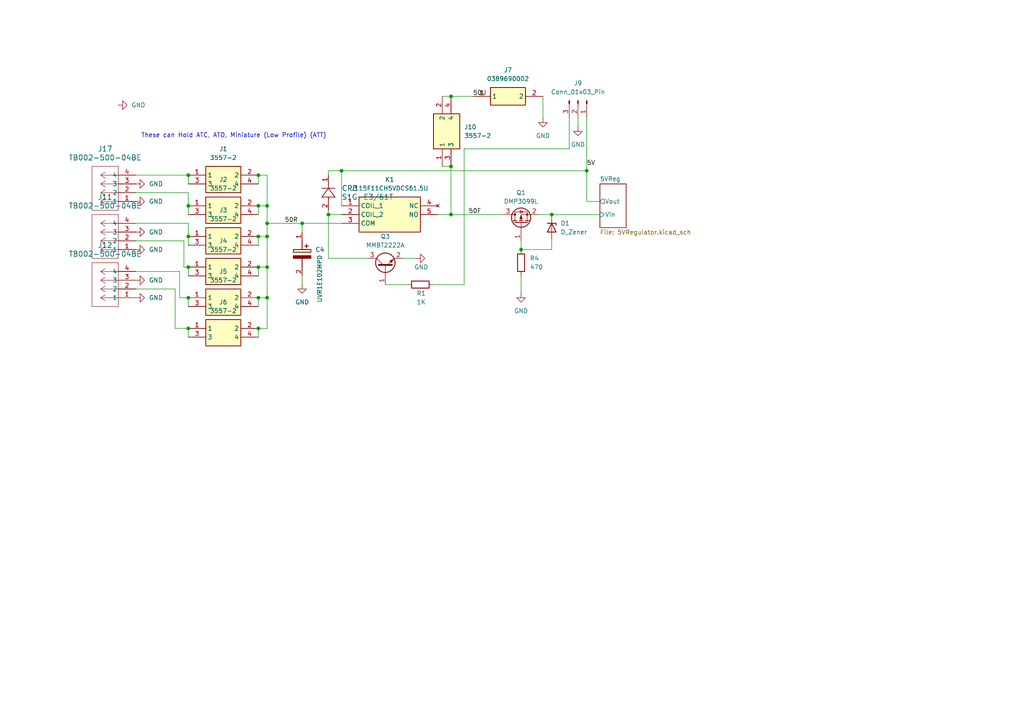
<source format=kicad_sch>
(kicad_sch (version 20250114) (generator "eeschema") (generator_version "9.0")
  (paper "A4")
  (lib_symbols
    (symbol "Connector:Conn_01x03_Pin" (pin_names (offset 1.016) (hide yes))
      (property "Reference" "J" (at 0 5.08 0))
      (property "Value" "Conn_01x03_Pin" (at 0 -5.08 0))
      (symbol "Conn_01x03_Pin_1_1"
        (rectangle (start 0.8636 2.667) (end 0 2.413) (stroke (width 0.1524)) (fill (type outline)))
        (rectangle (start 0.8636 0.127) (end 0 -0.127) (stroke (width 0.1524)) (fill (type outline)))
        (rectangle (start 0.8636 -2.413) (end 0 -2.667) (stroke (width 0.1524)) (fill (type outline)))
        (polyline (pts (xy 1.27 2.54) (xy 0.8636 2.54)) (stroke (width 0.1524)))
        (polyline (pts (xy 1.27 0) (xy 0.8636 0)) (stroke (width 0.1524)))
        (polyline (pts (xy 1.27 -2.54) (xy 0.8636 -2.54)) (stroke (width 0.1524)))
        (pin passive line (at 5.08 2.54 180) (length 3.81) (name "Pin_1") (number "1"))
        (pin passive line (at 5.08 0 180) (length 3.81) (name "Pin_2") (number "2"))
        (pin passive line (at 5.08 -2.54 180) (length 3.81) (name "Pin_3") (number "3"))
      )
    )
    (symbol "Device:D_Zener" (pin_numbers (hide yes)) (pin_names (offset 1.016) (hide yes))
      (property "Reference" "D" (at 0 2.54 0))
      (property "Value" "D_Zener" (at 0 -2.54 0))
      (symbol "D_Zener_0_1"
        (polyline (pts (xy -1.27 -1.27) (xy -1.27 1.27) (xy -0.762 1.27)) (stroke (width 0.254)))
        (polyline (pts (xy 1.27 0) (xy -1.27 0)))
        (polyline (pts (xy 1.27 -1.27) (xy 1.27 1.27) (xy -1.27 0) (xy 1.27 -1.27)) (stroke (width 0.254)))
      )
      (symbol "D_Zener_1_1"
        (pin passive line (at -3.81 0 0) (length 2.54) (name "K") (number "1"))
        (pin passive line (at 3.81 0 180) (length 2.54) (name "A") (number "2"))
      )
    )
    (symbol "Device:R" (pin_numbers (hide yes)) (pin_names (offset 0))
      (property "Reference" "R" (at 2.032 0 90))
      (property "Value" "R" (at 0 0 90))
      (symbol "R_0_1"
        (rectangle (start -1.016 -2.54) (end 1.016 2.54) (stroke (width 0.254)))
      )
      (symbol "R_1_1"
        (pin passive line (at 0 3.81 270) (length 1.27) (name "~") (number "1"))
        (pin passive line (at 0 -3.81 90) (length 1.27) (name "~") (number "2"))
      )
    )
    (symbol "LEDController:0389690002"
      (property "Reference" "J" (at 16.51 7.62 0))
      (property "Value" "0389690002" (at 16.51 5.08 0))
      (symbol "0389690002_1_1"
        (rectangle (start 5.08 2.54) (end 15.24 -2.54) (stroke (width 0.254)) (fill (type background)))
        (pin passive line (at 0 0 0) (length 5.08) (name "1") (number "1"))
        (pin passive line (at 20.32 0 180) (length 5.08) (name "2") (number "2"))
      )
    )
    (symbol "LEDController:3557-2"
      (property "Reference" "J" (at 16.51 7.62 0))
      (property "Value" "3557-2" (at 16.51 5.08 0))
      (symbol "3557-2_1_1"
        (rectangle (start 5.08 2.54) (end 15.24 -5.08) (stroke (width 0.254)) (fill (type background)))
        (pin passive line (at 0 0 0) (length 5.08) (name "1") (number "1"))
        (pin passive line (at 0 -2.54 0) (length 5.08) (name "3") (number "3"))
        (pin passive line (at 20.32 0 180) (length 5.08) (name "2") (number "2"))
        (pin passive line (at 20.32 -2.54 180) (length 5.08) (name "4") (number "4"))
      )
    )
    (symbol "LEDController:J115F11CH5VDCS61.5U"
      (property "Reference" "K" (at 24.13 7.62 0))
      (property "Value" "J115F11CH5VDCS61.5U" (at 24.13 5.08 0))
      (symbol "J115F11CH5VDCS61.5U_1_1"
        (rectangle (start 5.08 2.54) (end 22.86 -7.62) (stroke (width 0.254)) (fill (type background)))
        (pin passive line (at 0 0 0) (length 5.08) (name "COIL_1") (number "1"))
        (pin passive line (at 0 -2.54 0) (length 5.08) (name "COIL_2") (number "2"))
        (pin passive line (at 0 -5.08 0) (length 5.08) (name "COM") (number "3"))
        (pin no_connect line (at 27.94 0 180) (length 5.08) (name "NC") (number "4"))
        (pin passive line (at 27.94 -2.54 180) (length 5.08) (name "NO") (number "5"))
      )
    )
    (symbol "LEDController:S1G-E3_61T" (pin_names (offset 0.254))
      (property "Reference" "CR" (at 5.08 4.445 0))
      (property "Value" "S1G-E3/61T" (at 5.08 -3.81 0))
      (symbol "S1G-E3_61T_1_1"
        (polyline (pts (xy 2.54 0) (xy 3.4798 0)) (stroke (width 0.2032)))
        (polyline (pts (xy 3.175 0) (xy 3.81 0)) (stroke (width 0.2032)))
        (polyline (pts (xy 3.81 1.905) (xy 3.81 -1.905)) (stroke (width 0.2032)))
        (polyline (pts (xy 3.81 -1.905) (xy 6.35 0)) (stroke (width 0.2032)))
        (polyline (pts (xy 6.35 0) (xy 3.81 1.905)) (stroke (width 0.2032)))
        (polyline (pts (xy 6.35 0) (xy 7.62 0)) (stroke (width 0.2032)))
        (polyline (pts (xy 6.35 -1.905) (xy 6.35 1.905)) (stroke (width 0.2032)))
        (pin unspecified line (at 0 0 0) (length 2.54) (name "") (number "2"))
        (pin unspecified line (at 10.16 0 180) (length 2.54) (name "") (number "1"))
      )
      (symbol "S1G-E3_61T_1_2"
        (polyline (pts (xy -1.905 3.81) (xy 1.905 3.81)) (stroke (width 0.2032)))
        (polyline (pts (xy 0 6.35) (xy -1.905 3.81)) (stroke (width 0.2032)))
        (polyline (pts (xy 0 6.35) (xy 0 7.62)) (stroke (width 0.2032)))
        (polyline (pts (xy 0 3.175) (xy 0 3.81)) (stroke (width 0.2032)))
        (polyline (pts (xy 0 2.54) (xy 0 3.4798)) (stroke (width 0.2032)))
        (polyline (pts (xy 1.905 6.35) (xy -1.905 6.35)) (stroke (width 0.2032)))
        (polyline (pts (xy 1.905 3.81) (xy 0 6.35)) (stroke (width 0.2032)))
        (pin unspecified line (at 0 10.16 270) (length 2.54) (name "") (number "1"))
        (pin unspecified line (at 0 0 90) (length 2.54) (name "") (number "2"))
      )
    )
    (symbol "LEDController:UVR1E102MPD" (pin_names (hide yes))
      (property "Reference" "C" (at 8.89 6.35 0))
      (property "Value" "UVR1E102MPD" (at 8.89 3.81 0))
      (symbol "UVR1E102MPD_1_1"
        (polyline (pts (xy 2.54 0) (xy 5.08 0)) (stroke (width 0.254)))
        (polyline (pts (xy 4.064 1.778) (xy 4.064 0.762)) (stroke (width 0.254)))
        (polyline (pts (xy 4.572 1.27) (xy 3.556 1.27)) (stroke (width 0.254)))
        (rectangle (start 5.08 2.54) (end 5.842 -2.54) (stroke (width 0.254)) (fill (type background)))
        (polyline (pts (xy 7.62 2.54) (xy 7.62 -2.54) (xy 6.858 -2.54) (xy 6.858 2.54) (xy 7.62 2.54)) (stroke (width 0.254)) (fill (type outline)))
        (polyline (pts (xy 7.62 0) (xy 10.16 0)) (stroke (width 0.254)))
        (pin passive line (at 0 0 0) (length 2.54) (name "+") (number "1"))
        (pin passive line (at 12.7 0 180) (length 2.54) (name "-") (number "2"))
      )
    )
    (symbol "SamacSys_Parts:TB002-500-04BE" (pin_names (offset 0.254))
      (property "Reference" "J" (at 8.89 6.35 0))
      (property "Value" "TB002-500-04BE" (at 0 0 0))
      (symbol "TB002-500-04BE_1_1"
        (polyline (pts (xy 5.08 2.54) (xy 5.08 -10.16)) (stroke (width 0.127)))
        (polyline (pts (xy 5.08 -10.16) (xy 12.7 -10.16)) (stroke (width 0.127)))
        (polyline (pts (xy 10.16 0) (xy 5.08 0)) (stroke (width 0.127)))
        (polyline (pts (xy 10.16 0) (xy 8.89 0.8467)) (stroke (width 0.127)))
        (polyline (pts (xy 10.16 0) (xy 8.89 -0.8467)) (stroke (width 0.127)))
        (polyline (pts (xy 10.16 -2.54) (xy 5.08 -2.54)) (stroke (width 0.127)))
        (polyline (pts (xy 10.16 -2.54) (xy 8.89 -1.6933)) (stroke (width 0.127)))
        (polyline (pts (xy 10.16 -2.54) (xy 8.89 -3.3867)) (stroke (width 0.127)))
        (polyline (pts (xy 10.16 -5.08) (xy 5.08 -5.08)) (stroke (width 0.127)))
        (polyline (pts (xy 10.16 -5.08) (xy 8.89 -4.2333)) (stroke (width 0.127)))
        (polyline (pts (xy 10.16 -5.08) (xy 8.89 -5.9267)) (stroke (width 0.127)))
        (polyline (pts (xy 10.16 -7.62) (xy 5.08 -7.62)) (stroke (width 0.127)))
        (polyline (pts (xy 10.16 -7.62) (xy 8.89 -6.7733)) (stroke (width 0.127)))
        (polyline (pts (xy 10.16 -7.62) (xy 8.89 -8.4667)) (stroke (width 0.127)))
        (polyline (pts (xy 12.7 2.54) (xy 5.08 2.54)) (stroke (width 0.127)))
        (polyline (pts (xy 12.7 -10.16) (xy 12.7 2.54)) (stroke (width 0.127)))
        (pin unspecified line (at 0 0 0) (length 5.08) (name "1") (number "1"))
        (pin unspecified line (at 0 -2.54 0) (length 5.08) (name "2") (number "2"))
        (pin unspecified line (at 0 -5.08 0) (length 5.08) (name "3") (number "3"))
        (pin unspecified line (at 0 -7.62 0) (length 5.08) (name "4") (number "4"))
      )
      (symbol "TB002-500-04BE_1_2"
        (polyline (pts (xy 5.08 2.54) (xy 5.08 -10.16)) (stroke (width 0.127)))
        (polyline (pts (xy 5.08 -10.16) (xy 12.7 -10.16)) (stroke (width 0.127)))
        (polyline (pts (xy 7.62 0) (xy 5.08 0)) (stroke (width 0.127)))
        (polyline (pts (xy 7.62 0) (xy 8.89 0.8467)) (stroke (width 0.127)))
        (polyline (pts (xy 7.62 0) (xy 8.89 -0.8467)) (stroke (width 0.127)))
        (polyline (pts (xy 7.62 -2.54) (xy 5.08 -2.54)) (stroke (width 0.127)))
        (polyline (pts (xy 7.62 -2.54) (xy 8.89 -1.6933)) (stroke (width 0.127)))
        (polyline (pts (xy 7.62 -2.54) (xy 8.89 -3.3867)) (stroke (width 0.127)))
        (polyline (pts (xy 7.62 -5.08) (xy 5.08 -5.08)) (stroke (width 0.127)))
        (polyline (pts (xy 7.62 -5.08) (xy 8.89 -4.2333)) (stroke (width 0.127)))
        (polyline (pts (xy 7.62 -5.08) (xy 8.89 -5.9267)) (stroke (width 0.127)))
        (polyline (pts (xy 7.62 -7.62) (xy 5.08 -7.62)) (stroke (width 0.127)))
        (polyline (pts (xy 7.62 -7.62) (xy 8.89 -6.7733)) (stroke (width 0.127)))
        (polyline (pts (xy 7.62 -7.62) (xy 8.89 -8.4667)) (stroke (width 0.127)))
        (polyline (pts (xy 12.7 2.54) (xy 5.08 2.54)) (stroke (width 0.127)))
        (polyline (pts (xy 12.7 -10.16) (xy 12.7 2.54)) (stroke (width 0.127)))
        (pin unspecified line (at 0 0 0) (length 5.08) (name "1") (number "1"))
        (pin unspecified line (at 0 -2.54 0) (length 5.08) (name "2") (number "2"))
        (pin unspecified line (at 0 -5.08 0) (length 5.08) (name "3") (number "3"))
        (pin unspecified line (at 0 -7.62 0) (length 5.08) (name "4") (number "4"))
      )
    )
    (symbol "Transistor_BJT:MMBT2222A" (pin_names (offset 0) (hide yes))
      (property "Reference" "Q" (at 5.08 1.905 0))
      (property "Value" "MMBT2222A" (at 5.08 0 0))
      (symbol "MMBT2222A_0_1"
        (polyline (pts (xy -2.54 0) (xy 0.635 0)))
        (polyline (pts (xy 0.635 1.905) (xy 0.635 -1.905)) (stroke (width 0.508)))
        (circle (center 1.27 0) (radius 2.8194) (stroke (width 0.254)))
      )
      (symbol "MMBT2222A_1_1"
        (polyline (pts (xy 0.635 0.635) (xy 2.54 2.54)))
        (polyline (pts (xy 0.635 -0.635) (xy 2.54 -2.54)))
        (polyline (pts (xy 1.27 -1.778) (xy 1.778 -1.27) (xy 2.286 -2.286) (xy 1.27 -1.778)) (fill (type outline)))
        (pin input line (at -5.08 0 0) (length 2.54) (name "B") (number "1"))
        (pin passive line (at 2.54 5.08 270) (length 2.54) (name "C") (number "3"))
        (pin passive line (at 2.54 -5.08 90) (length 2.54) (name "E") (number "2"))
      )
    )
    (symbol "Transistor_FET:DMP3099L" (pin_names (offset 0) (hide yes))
      (property "Reference" "Q" (at 5.08 1.905 0))
      (property "Value" "DMP3099L" (at 5.08 0 0))
      (symbol "DMP3099L_0_1"
        (polyline (pts (xy 0.254 1.905) (xy 0.254 -1.905)) (stroke (width 0.254)))
        (polyline (pts (xy 0.254 0) (xy -2.54 0)))
        (polyline (pts (xy 0.762 2.286) (xy 0.762 1.27)) (stroke (width 0.254)))
        (polyline (pts (xy 0.762 1.778) (xy 3.302 1.778) (xy 3.302 -1.778) (xy 0.762 -1.778)))
        (polyline (pts (xy 0.762 0.508) (xy 0.762 -0.508)) (stroke (width 0.254)))
        (polyline (pts (xy 0.762 -1.27) (xy 0.762 -2.286)) (stroke (width 0.254)))
        (circle (center 1.651 0) (radius 2.794) (stroke (width 0.254)))
        (polyline (pts (xy 2.286 0) (xy 1.27 0.381) (xy 1.27 -0.381) (xy 2.286 0)) (fill (type outline)))
        (polyline (pts (xy 2.54 2.54) (xy 2.54 1.778)))
        (circle (center 2.54 1.778) (radius 0.254) (fill (type outline)))
        (circle (center 2.54 -1.778) (radius 0.254) (fill (type outline)))
        (polyline (pts (xy 2.54 -2.54) (xy 2.54 0) (xy 0.762 0)))
        (polyline (pts (xy 2.921 -0.381) (xy 3.683 -0.381)))
        (polyline (pts (xy 3.302 -0.381) (xy 2.921 0.254) (xy 3.683 0.254) (xy 3.302 -0.381)))
      )
      (symbol "DMP3099L_1_1"
        (pin input line (at -5.08 0 0) (length 2.54) (name "G") (number "1"))
        (pin passive line (at 2.54 5.08 270) (length 2.54) (name "D") (number "3"))
        (pin passive line (at 2.54 -5.08 90) (length 2.54) (name "S") (number "2"))
      )
    )
    (symbol "power:GND" (power) (pin_numbers (hide yes)) (pin_names (offset 0) (hide yes))
      (property "Value" "GND" (at 0 -3.81 0))
      (symbol "GND_0_1"
        (polyline (pts (xy 0 0) (xy 0 -1.27) (xy 1.27 -1.27) (xy 0 -2.54) (xy -1.27 -1.27) (xy 0 -1.27)))
      )
      (symbol "GND_1_1"
        (pin power_in line (at 0 0 270) (length 0) (name "~") (number "1"))
      )
    )
  )
  (text "These can Hold ATC, ATO, Miniature (Low Profile) (ATT)" (at 67.818 39.37 0) (effects (font (size 1.27 1.27))))
  (junction (at 74.93 77.47))
  (junction (at 95.25 62.23))
  (junction (at 54.61 86.36))
  (junction (at 130.81 62.23))
  (junction (at 160.02 62.23))
  (junction (at 77.47 86.36))
  (junction (at 74.93 50.8))
  (junction (at 77.47 59.69))
  (junction (at 87.63 64.77))
  (junction (at 151.13 72.39))
  (junction (at 77.47 77.47))
  (junction (at 77.47 68.58))
  (junction (at 74.93 68.58))
  (junction (at 54.61 50.8))
  (junction (at 74.93 59.69))
  (junction (at 99.06 49.53))
  (junction (at 54.61 77.47))
  (junction (at 74.93 86.36))
  (junction (at 130.81 48.26))
  (junction (at 74.93 95.25))
  (junction (at 170.18 49.53))
  (junction (at 54.61 59.69))
  (junction (at 77.47 64.77))
  (junction (at 54.61 68.58))
  (junction (at 130.81 27.94))
  (junction (at 54.61 95.25))
  (wire (pts (xy 77.47 59.69) (xy 77.47 50.8)))
  (wire (pts (xy 54.61 95.25) (xy 50.8 95.25)))
  (wire (pts (xy 127 62.23) (xy 130.81 62.23)))
  (wire (pts (xy 54.61 77.47) (xy 53.34 77.47)))
  (wire (pts (xy 156.21 62.23) (xy 160.02 62.23)))
  (wire (pts (xy 74.93 86.36) (xy 74.93 88.9)))
  (wire (pts (xy 95.25 74.93) (xy 106.68 74.93)))
  (wire (pts (xy 77.47 95.25) (xy 77.47 86.36)))
  (wire (pts (xy 95.25 62.23) (xy 99.06 62.23)))
  (wire (pts (xy 54.61 59.69) (xy 54.61 55.88)))
  (wire (pts (xy 74.93 77.47) (xy 74.93 80.01)))
  (wire (pts (xy 134.62 43.18) (xy 165.1 43.18)))
  (wire (pts (xy 95.25 62.23) (xy 95.25 74.93)))
  (wire (pts (xy 39.37 64.77) (xy 54.61 64.77)))
  (wire (pts (xy 74.93 95.25) (xy 77.47 95.25)))
  (wire (pts (xy 39.37 83.82) (xy 50.8 83.82)))
  (wire (pts (xy 167.64 36.83) (xy 167.64 34.29)))
  (wire (pts (xy 128.27 48.26) (xy 130.81 48.26)))
  (wire (pts (xy 77.47 64.77) (xy 77.47 68.58)))
  (wire (pts (xy 74.93 86.36) (xy 77.47 86.36)))
  (wire (pts (xy 99.06 49.53) (xy 99.06 59.69)))
  (wire (pts (xy 54.61 86.36) (xy 52.07 86.36)))
  (wire (pts (xy 151.13 69.85) (xy 151.13 72.39)))
  (wire (pts (xy 151.13 72.39) (xy 160.02 72.39)))
  (wire (pts (xy 54.61 68.58) (xy 54.61 71.12)))
  (wire (pts (xy 50.8 95.25) (xy 50.8 83.82)))
  (wire (pts (xy 120.65 74.93) (xy 116.84 74.93)))
  (wire (pts (xy 95.25 60.96) (xy 95.25 62.23)))
  (wire (pts (xy 160.02 62.23) (xy 173.99 62.23)))
  (wire (pts (xy 87.63 67.31) (xy 87.63 64.77)))
  (wire (pts (xy 170.18 49.53) (xy 170.18 58.42)))
  (wire (pts (xy 160.02 72.39) (xy 160.02 69.85)))
  (wire (pts (xy 77.47 50.8) (xy 74.93 50.8)))
  (wire (pts (xy 74.93 95.25) (xy 74.93 97.79)))
  (wire (pts (xy 54.61 59.69) (xy 54.61 62.23)))
  (wire (pts (xy 157.48 27.94) (xy 157.48 34.29)))
  (wire (pts (xy 39.37 78.74) (xy 52.07 78.74)))
  (wire (pts (xy 74.93 59.69) (xy 77.47 59.69)))
  (wire (pts (xy 54.61 95.25) (xy 54.61 97.79)))
  (wire (pts (xy 52.07 86.36) (xy 52.07 78.74)))
  (wire (pts (xy 74.93 50.8) (xy 74.93 53.34)))
  (wire (pts (xy 170.18 34.29) (xy 170.18 49.53)))
  (wire (pts (xy 87.63 64.77) (xy 99.06 64.77)))
  (wire (pts (xy 151.13 80.01) (xy 151.13 85.09)))
  (wire (pts (xy 39.37 50.8) (xy 54.61 50.8)))
  (wire (pts (xy 77.47 77.47) (xy 77.47 86.36)))
  (wire (pts (xy 95.25 49.53) (xy 99.06 49.53)))
  (wire (pts (xy 53.34 77.47) (xy 53.34 69.85)))
  (wire (pts (xy 74.93 59.69) (xy 74.93 62.23)))
  (wire (pts (xy 54.61 77.47) (xy 54.61 80.01)))
  (wire (pts (xy 130.81 62.23) (xy 146.05 62.23)))
  (wire (pts (xy 54.61 50.8) (xy 54.61 53.34)))
  (wire (pts (xy 77.47 68.58) (xy 77.47 77.47)))
  (wire (pts (xy 118.11 82.55) (xy 111.76 82.55)))
  (wire (pts (xy 130.81 48.26) (xy 130.81 62.23)))
  (wire (pts (xy 54.61 86.36) (xy 54.61 88.9)))
  (wire (pts (xy 99.06 49.53) (xy 170.18 49.53)))
  (wire (pts (xy 134.62 43.18) (xy 134.62 82.55)))
  (wire (pts (xy 53.34 69.85) (xy 39.37 69.85)))
  (wire (pts (xy 74.93 68.58) (xy 74.93 71.12)))
  (wire (pts (xy 77.47 64.77) (xy 77.47 59.69)))
  (wire (pts (xy 74.93 77.47) (xy 77.47 77.47)))
  (wire (pts (xy 134.62 82.55) (xy 125.73 82.55)))
  (wire (pts (xy 165.1 43.18) (xy 165.1 34.29)))
  (wire (pts (xy 77.47 64.77) (xy 87.63 64.77)))
  (wire (pts (xy 87.63 80.01) (xy 87.63 82.55)))
  (wire (pts (xy 54.61 68.58) (xy 54.61 64.77)))
  (wire (pts (xy 95.25 49.53) (xy 95.25 50.8)))
  (wire (pts (xy 170.18 58.42) (xy 173.99 58.42)))
  (wire (pts (xy 74.93 68.58) (xy 77.47 68.58)))
  (wire (pts (xy 130.81 27.94) (xy 137.16 27.94)))
  (wire (pts (xy 39.37 55.88) (xy 54.61 55.88)))
  (wire (pts (xy 128.27 27.94) (xy 130.81 27.94)))
  (label "5V" (at 170.18 48.26 0))
  (label "50R" (at 82.55 64.77 0))
  (label "50U" (at 137.16 27.94 0))
  (label "50F" (at 135.89 62.23 0))
  (symbol (lib_id "power:GND") (at 157.48 34.29 0) (unit 1)
    (property "Reference" "#PWR011" (effects (hide yes)))
    (property "Value" "GND" (at 157.48 39.37 0))
    (property "Description" "Power symbol creates a global label with name \"GND\" , ground" (effects (hide yes)))
  )
  (symbol (lib_id "LEDController:3557-2") (at 54.61 59.69 0) (unit 1)
    (property "Reference" "J2" (at 64.77 52.07 0))
    (property "Value" "3557-2" (at 64.77 54.61 0))
    (property "Footprint" "3557-2" (effects (hide yes)))
    (property "Datasheet" "http://www.keyelco.com/product-pdf.cfm?p=296" (effects (hide yes)))
    (property "Description" "THM 2 in 1 Auto Blade Holder P/N 3557-2" (effects (hide yes)))
    (property "Mouser Part Number" "534-3557-2" (effects (hide yes)))
    (property "Mouser Price/Stock" "https://www.mouser.co.uk/ProductDetail/Keystone-Electronics/3557-2?qs=cxy41lVAGV%2FfbyASjpXK1g%3D%3D" (effects (hide yes)))
    (property "Manufacturer_Name" "Keystone Electronics" (effects (hide yes)))
    (property "Manufacturer_Part_Number" "3557-2" (effects (hide yes)))
  )
  (symbol (lib_id "LEDController:UVR1E102MPD") (at 87.63 67.31 270) (unit 1)
    (property "Reference" "C4" (at 91.44 72.3899 90) (effects (justify left)))
    (property "Value" "UVR1E102MPD" (at 92.71 73.914 0) (effects (justify left)))
    (property "Footprint" "CAPPRD500W60D1025H2200" (effects (hide yes)))
    (property "Datasheet" "https://componentsearchengine.com/Datasheets/1/UVR1E102MPD.pdf" (effects (hide yes)))
    (property "Description" "Nichicon 1000uF Electrolytic Capacitor 25V dc Through Hole - UVR1E102MPD" (effects (hide yes)))
    (property "Height" "22" (effects (hide yes)))
    (property "Manufacturer_Name" "Nichicon" (effects (hide yes)))
    (property "Manufacturer_Part_Number" "UVR1E102MPD" (effects (hide yes)))
    (property "Mouser Part Number" "647-UVR1E102MPD" (effects (hide yes)))
    (property "Mouser Price/Stock" "https://www.mouser.co.uk/ProductDetail/Nichicon/UVR1E102MPD?qs=ju8jwRstkysx%252B%2FoLcchcfA%3D%3D" (effects (hide yes)))
    (property "Arrow Part Number" "UVR1E102MPD" (effects (hide yes)))
    (property "Arrow Price/Stock" "https://www.arrow.com/en/products/uvr1e102mpd/nichicon" (effects (hide yes)))
  )
  (symbol (lib_id "power:GND") (at 151.13 85.09 0) (unit 1)
    (property "Reference" "#PWR010" (effects (hide yes)))
    (property "Value" "GND" (at 151.13 90.17 0))
    (property "Description" "Power symbol creates a global label with name \"GND\" , ground" (effects (hide yes)))
  )
  (symbol (lib_id "LEDController:J115F11CH5VDCS61.5U") (at 99.06 59.69 0) (unit 1)
    (property "Reference" "K1" (at 113.03 52.07 0))
    (property "Value" "J115F11CH5VDCS61.5U" (at 113.03 54.61 0))
    (property "Footprint" "J115F11CH5VDCS615U" (effects (hide yes)))
    (property "Datasheet" "https://www.citrelay.com/Catalog Pages/RelayCatalog/J115F1.pdf" (effects (hide yes)))
    (property "Description" "RELAY GEN PURPOSE SPDT 50A 5V" (effects (hide yes)))
    (property "Height" "20.3" (effects (hide yes)))
    (property "Manufacturer_Name" "CIT Relay & Switch" (effects (hide yes)))
    (property "Manufacturer_Part_Number" "J115F11CH5VDCS61.5U" (effects (hide yes)))
  )
  (symbol (lib_id "power:GND") (at 39.37 67.31 90) (unit 1)
    (property "Reference" "#PWR014" (effects (hide yes)))
    (property "Value" "GND" (at 43.18 67.3099 90) (effects (justify right)))
    (property "Description" "Power symbol creates a global label with name \"GND\" , ground" (effects (hide yes)))
  )
  (symbol (lib_id "Device:D_Zener") (at 160.02 66.04 270) (unit 1)
    (property "Reference" "D1" (at 162.56 64.7699 90) (effects (justify left)))
    (property "Value" "D_Zener" (at 162.56 67.3099 90) (effects (justify left)))
    (property "Footprint" "Diode_SMD:D_SOD-123" (effects (hide yes)))
    (property "Datasheet" "https://www.onsemi.com/pdf/datasheet/mmsz4678t1-d.pdf" (effects (hide yes)))
    (property "Description" "Zener diode" (effects (hide yes)))
    (property "Digikey" "https://www.digikey.com/en/products/detail/onsemi/MMSZ4706T1G/919738" (effects (hide yes)))
  )
  (symbol (lib_id "power:GND") (at 39.37 86.36 90) (unit 1)
    (property "Reference" "#PWR017" (effects (hide yes)))
    (property "Value" "GND" (at 43.18 86.3599 90) (effects (justify right)))
    (property "Description" "Power symbol creates a global label with name \"GND\" , ground" (effects (hide yes)))
  )
  (symbol (lib_id "LEDController:3557-2") (at 128.27 48.26 90) (unit 1)
    (property "Reference" "J10" (at 134.62 36.8299 90) (effects (justify right)))
    (property "Value" "3557-2" (at 134.62 39.3699 90) (effects (justify right)))
    (property "Footprint" "3557-2" (effects (hide yes)))
    (property "Datasheet" "http://www.keyelco.com/product-pdf.cfm?p=296" (effects (hide yes)))
    (property "Description" "THM 2 in 1 Auto Blade Holder P/N 3557-2" (effects (hide yes)))
    (property "Mouser Part Number" "534-3557-2" (effects (hide yes)))
    (property "Mouser Price/Stock" "https://www.mouser.co.uk/ProductDetail/Keystone-Electronics/3557-2?qs=cxy41lVAGV%2FfbyASjpXK1g%3D%3D" (effects (hide yes)))
    (property "Manufacturer_Name" "Keystone Electronics" (effects (hide yes)))
    (property "Manufacturer_Part_Number" "3557-2" (effects (hide yes)))
  )
  (symbol (lib_id "LEDController:3557-2") (at 54.61 95.25 0) (unit 1)
    (property "Reference" "J6" (at 64.77 87.63 0))
    (property "Value" "3557-2" (at 64.77 90.17 0))
    (property "Footprint" "3557-2" (effects (hide yes)))
    (property "Datasheet" "http://www.keyelco.com/product-pdf.cfm?p=296" (effects (hide yes)))
    (property "Description" "THM 2 in 1 Auto Blade Holder P/N 3557-2" (effects (hide yes)))
    (property "Mouser Part Number" "534-3557-2" (effects (hide yes)))
    (property "Mouser Price/Stock" "https://www.mouser.co.uk/ProductDetail/Keystone-Electronics/3557-2?qs=cxy41lVAGV%2FfbyASjpXK1g%3D%3D" (effects (hide yes)))
    (property "Manufacturer_Name" "Keystone Electronics" (effects (hide yes)))
    (property "Manufacturer_Part_Number" "3557-2" (effects (hide yes)))
  )
  (symbol (lib_id "power:GND") (at 39.37 53.34 90) (unit 1)
    (property "Reference" "#PWR012" (effects (hide yes)))
    (property "Value" "GND" (at 43.18 53.3399 90) (effects (justify right)))
    (property "Description" "Power symbol creates a global label with name \"GND\" , ground" (effects (hide yes)))
  )
  (symbol (lib_id "Device:R") (at 121.92 82.55 270) (unit 1)
    (property "Reference" "R1" (at 122.174 85.09 90))
    (property "Value" "1K" (at 122.174 87.63 90))
    (property "Footprint" "Resistor_SMD:R_0603_1608Metric_Pad0.98x0.95mm_HandSolder" (effects (hide yes)))
    (property "Description" "Resistor" (effects (hide yes)))
  )
  (symbol (lib_id "Transistor_FET:DMP3099L") (at 151.13 64.77 90) (unit 1)
    (property "Reference" "Q1" (at 151.13 55.88 90))
    (property "Value" "DMP3099L" (at 151.13 58.42 90))
    (property "Footprint" "Package_TO_SOT_SMD:SOT-23-3" (effects (hide yes)))
    (property "Datasheet" "https://www.diodes.com/assets/Datasheets/DMP3099L.pdf" (effects (hide yes)))
    (property "Description" "-3.8A Id, -30V Vds, P-Channel MOSFET, SOT-23" (effects (hide yes)))
    (property "Digikey" "https://www.digikey.com/en/products/detail/diodes-incorporated/DMP3099L-7/4471075" (effects (hide yes)))
  )
  (symbol (lib_id "power:GND") (at 34.29 30.48 90) (unit 1)
    (property "Reference" "#PWR01" (effects (hide yes)))
    (property "Value" "GND" (at 38.1 30.4799 90) (effects (justify right)))
    (property "Description" "Power symbol creates a global label with name \"GND\" , ground" (effects (hide yes)))
  )
  (symbol (lib_id "Transistor_BJT:MMBT2222A") (at 111.76 77.47 90) (unit 1)
    (property "Reference" "Q3" (at 111.76 68.58 90))
    (property "Value" "MMBT2222A" (at 111.76 71.12 90))
    (property "Footprint" "Package_TO_SOT_SMD:SOT-23" (effects (hide yes)))
    (property "Datasheet" "https://assets.nexperia.com/documents/data-sheet/MMBT2222A.pdf" (effects (hide yes)))
    (property "Description" "600mA Ic, 40V Vce, NPN Transistor, SOT-23" (effects (hide yes)))
    (property "Digikey" "https://www.digikey.com/en/products/detail/mcc-micro-commercial-components/MMBT2222A-TP/717279" (effects (hide yes)))
  )
  (symbol (lib_id "LEDController:S1G-E3_61T") (at 95.25 60.96 90) (unit 1)
    (property "Reference" "CR3" (at 99.06 54.6099 90) (effects (font (size 1.524 1.524)) (justify right)))
    (property "Value" "S1G-E3/61T" (at 99.06 57.1499 90) (effects (font (size 1.524 1.524)) (justify right)))
    (property "Footprint" "DIODE_DO214AC" (effects (hide yes)))
    (property "Datasheet" "S1G-E3/61T" (effects (hide yes)))
  )
  (symbol (lib_id "Connector:Conn_01x03_Pin") (at 167.64 29.21 270) (unit 1)
    (property "Reference" "J9" (at 167.64 24.13 90))
    (property "Value" "Conn_01x03_Pin" (at 167.64 26.67 90))
    (property "Footprint" "Connector_PinSocket_2.54mm:PinSocket_1x03_P2.54mm_Vertical" (effects (hide yes)))
    (property "Description" "Generic connector, single row, 01x03, script generated" (effects (hide yes)))
  )
  (symbol (lib_id "Device:R") (at 151.13 76.2 0) (unit 1)
    (property "Reference" "R4" (at 153.67 74.9299 0) (effects (justify left)))
    (property "Value" "470" (at 153.67 77.4699 0) (effects (justify left)))
    (property "Footprint" "Resistor_SMD:R_0603_1608Metric_Pad0.98x0.95mm_HandSolder" (effects (hide yes)))
    (property "Description" "Resistor" (effects (hide yes)))
  )
  (symbol (lib_id "SamacSys_Parts:TB002-500-04BE") (at 39.37 86.36 180) (unit 1)
    (property "Reference" "J12" (at 30.48 71.12 0) (effects (font (size 1.524 1.524))))
    (property "Value" "TB002-500-04BE" (at 30.48 73.66 0) (effects (font (size 1.524 1.524))))
    (property "Footprint" "CONN4_TB002-500_787x299_CUD" (effects (hide yes)))
    (property "Datasheet" "TB002-500-04BE" (effects (hide yes)))
  )
  (symbol (lib_id "power:GND") (at 120.65 74.93 90) (unit 1)
    (property "Reference" "#PWR05" (effects (hide yes)))
    (property "Value" "GND" (at 120.142 77.47 90) (effects (justify right)))
    (property "Description" "Power symbol creates a global label with name \"GND\" , ground" (effects (hide yes)))
  )
  (symbol (lib_id "LEDController:3557-2") (at 54.61 50.8 0) (unit 1)
    (property "Reference" "J1" (at 64.77 43.18 0))
    (property "Value" "3557-2" (at 64.77 45.72 0))
    (property "Footprint" "3557-2" (effects (hide yes)))
    (property "Datasheet" "http://www.keyelco.com/product-pdf.cfm?p=296" (effects (hide yes)))
    (property "Description" "THM 2 in 1 Auto Blade Holder P/N 3557-2" (effects (hide yes)))
    (property "Mouser Part Number" "534-3557-2" (effects (hide yes)))
    (property "Mouser Price/Stock" "https://www.mouser.co.uk/ProductDetail/Keystone-Electronics/3557-2?qs=cxy41lVAGV%2FfbyASjpXK1g%3D%3D" (effects (hide yes)))
    (property "Manufacturer_Name" "Keystone Electronics" (effects (hide yes)))
    (property "Manufacturer_Part_Number" "3557-2" (effects (hide yes)))
  )
  (symbol (lib_id "LEDController:0389690002") (at 137.16 27.94 0) (unit 1)
    (property "Reference" "J7" (at 147.32 20.32 0))
    (property "Value" "0389690002" (at 147.32 22.86 0))
    (property "Footprint" "0389690002" (effects (hide yes)))
    (property "Datasheet" "https://datasheet.datasheetarchive.com/originals/distributors/Datasheets-DGA23/1526058.pdf" (effects (hide yes)))
    (property "Description" "Barrier Terminal Blocks .250 TRI BARRIER 02P" (effects (hide yes)))
    (property "Height" "22.9" (effects (hide yes)))
    (property "Manufacturer_Name" "Molex" (effects (hide yes)))
    (property "Manufacturer_Part_Number" "0389690002" (effects (hide yes)))
    (property "Mouser Part Number" "N/A" (effects (hide yes)))
    (property "Mouser Price/Stock" "https://www.mouser.co.uk/ProductDetail/Molex/0389690002?qs=kxSDgj%2F7uuk2peGCxlu7bA%3D%3D" (effects (hide yes)))
    (property "Arrow Part Number" "0389690002" (effects (hide yes)))
    (property "Arrow Price/Stock" "null?utm_currency=USD&region=nac" (effects (hide yes)))
  )
  (symbol (lib_id "power:GND") (at 87.63 82.55 0) (unit 1)
    (property "Reference" "#PWR02" (effects (hide yes)))
    (property "Value" "GND" (at 87.63 87.63 0))
    (property "Description" "Power symbol creates a global label with name \"GND\" , ground" (effects (hide yes)))
  )
  (symbol (lib_id "power:GND") (at 167.64 36.83 0) (unit 1)
    (property "Reference" "#PWR03" (effects (hide yes)))
    (property "Value" "GND" (at 167.64 41.91 0))
    (property "Description" "Power symbol creates a global label with name \"GND\" , ground" (effects (hide yes)))
  )
  (symbol (lib_id "SamacSys_Parts:TB002-500-04BE") (at 39.37 58.42 180) (unit 1)
    (property "Reference" "J17" (at 30.48 43.18 0) (effects (font (size 1.524 1.524))))
    (property "Value" "TB002-500-04BE" (at 30.48 45.72 0) (effects (font (size 1.524 1.524))))
    (property "Footprint" "CONN4_TB002-500_787x299_CUD" (effects (hide yes)))
    (property "Datasheet" "TB002-500-04BE" (effects (hide yes)))
  )
  (symbol (lib_id "LEDController:3557-2") (at 54.61 77.47 0) (unit 1)
    (property "Reference" "J4" (at 64.77 69.85 0))
    (property "Value" "3557-2" (at 64.77 72.39 0))
    (property "Footprint" "3557-2" (effects (hide yes)))
    (property "Datasheet" "http://www.keyelco.com/product-pdf.cfm?p=296" (effects (hide yes)))
    (property "Description" "THM 2 in 1 Auto Blade Holder P/N 3557-2" (effects (hide yes)))
    (property "Mouser Part Number" "534-3557-2" (effects (hide yes)))
    (property "Mouser Price/Stock" "https://www.mouser.co.uk/ProductDetail/Keystone-Electronics/3557-2?qs=cxy41lVAGV%2FfbyASjpXK1g%3D%3D" (effects (hide yes)))
    (property "Manufacturer_Name" "Keystone Electronics" (effects (hide yes)))
    (property "Manufacturer_Part_Number" "3557-2" (effects (hide yes)))
  )
  (symbol (lib_id "SamacSys_Parts:TB002-500-04BE") (at 39.37 72.39 180) (unit 1)
    (property "Reference" "J11" (at 30.48 57.15 0) (effects (font (size 1.524 1.524))))
    (property "Value" "TB002-500-04BE" (at 30.48 59.69 0) (effects (font (size 1.524 1.524))))
    (property "Footprint" "CONN4_TB002-500_787x299_CUD" (effects (hide yes)))
    (property "Datasheet" "TB002-500-04BE" (effects (hide yes)))
  )
  (symbol (lib_id "power:GND") (at 39.37 81.28 90) (unit 1)
    (property "Reference" "#PWR016" (effects (hide yes)))
    (property "Value" "GND" (at 43.18 81.2799 90) (effects (justify right)))
    (property "Description" "Power symbol creates a global label with name \"GND\" , ground" (effects (hide yes)))
  )
  (symbol (lib_id "LEDController:3557-2") (at 54.61 68.58 0) (unit 1)
    (property "Reference" "J3" (at 64.77 60.96 0))
    (property "Value" "3557-2" (at 64.77 63.5 0))
    (property "Footprint" "3557-2" (effects (hide yes)))
    (property "Datasheet" "http://www.keyelco.com/product-pdf.cfm?p=296" (effects (hide yes)))
    (property "Description" "THM 2 in 1 Auto Blade Holder P/N 3557-2" (effects (hide yes)))
    (property "Mouser Part Number" "534-3557-2" (effects (hide yes)))
    (property "Mouser Price/Stock" "https://www.mouser.co.uk/ProductDetail/Keystone-Electronics/3557-2?qs=cxy41lVAGV%2FfbyASjpXK1g%3D%3D" (effects (hide yes)))
    (property "Manufacturer_Name" "Keystone Electronics" (effects (hide yes)))
    (property "Manufacturer_Part_Number" "3557-2" (effects (hide yes)))
  )
  (symbol (lib_id "power:GND") (at 39.37 58.42 90) (unit 1)
    (property "Reference" "#PWR013" (effects (hide yes)))
    (property "Value" "GND" (at 43.18 58.4199 90) (effects (justify right)))
    (property "Description" "Power symbol creates a global label with name \"GND\" , ground" (effects (hide yes)))
  )
  (symbol (lib_id "power:GND") (at 39.37 72.39 90) (unit 1)
    (property "Reference" "#PWR015" (effects (hide yes)))
    (property "Value" "GND" (at 43.18 72.3899 90) (effects (justify right)))
    (property "Description" "Power symbol creates a global label with name \"GND\" , ground" (effects (hide yes)))
  )
  (symbol (lib_id "LEDController:3557-2") (at 54.61 86.36 0) (unit 1)
    (property "Reference" "J5" (at 64.77 78.74 0))
    (property "Value" "3557-2" (at 64.77 81.28 0))
    (property "Footprint" "3557-2" (effects (hide yes)))
    (property "Datasheet" "http://www.keyelco.com/product-pdf.cfm?p=296" (effects (hide yes)))
    (property "Description" "THM 2 in 1 Auto Blade Holder P/N 3557-2" (effects (hide yes)))
    (property "Mouser Part Number" "534-3557-2" (effects (hide yes)))
    (property "Mouser Price/Stock" "https://www.mouser.co.uk/ProductDetail/Keystone-Electronics/3557-2?qs=cxy41lVAGV%2FfbyASjpXK1g%3D%3D" (effects (hide yes)))
    (property "Manufacturer_Name" "Keystone Electronics" (effects (hide yes)))
    (property "Manufacturer_Part_Number" "3557-2" (effects (hide yes)))
  )
  (sheet (at 173.99 53.34) (size 7.62 12.7) (stroke (width 0.1524))
    (property "Sheetname" "5VReg" (at 173.99 52.6284 0) (effects (justify left bottom)))
    (property "Sheetfile" "5VRegulator.kicad_sch" (at 173.99 66.6246 0) (effects (justify left top)))
    (pin "Vin" input (at 173.99 62.23 180))
    (pin "Vout" output (at 173.99 58.42 180))
  )
)
</source>
